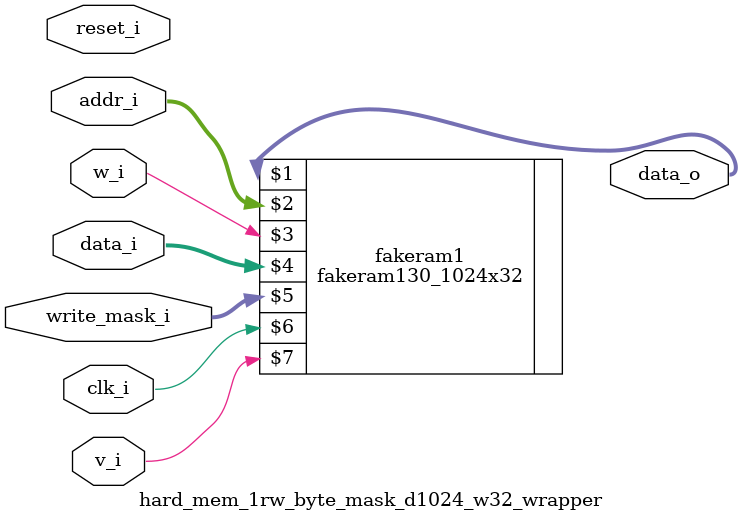
<source format=v>
module hard_mem_1rw_byte_mask_d1024_w32_wrapper 
(
    clk_i,
    reset_i,
    v_i,
    w_i,
    addr_i,
    data_i,
    write_mask_i,
    data_o
  );

   parameter BITS = 32;
   parameter WORD_DEPTH = 1024;
   parameter ADDR_WIDTH = 10;
   parameter corrupt_mem_on_X_p = 1;

   output reg [BITS-1:0]    data_o;
   input  [ADDR_WIDTH-1:0]  addr_i;
   input                    w_i;
   input reset_i;
   input  [BITS-1:0]        data_i;
   input  [BITS-1:0]        write_mask_i;
   input                    clk_i;
   input                    v_i;
   
  // assign reset_i = 1'b0;


fakeram130_1024x32 fakeram1
(
   data_o,
   addr_i,
   w_i,
   data_i,
   write_mask_i,
   clk_i,
   v_i
);
  

endmodule

</source>
